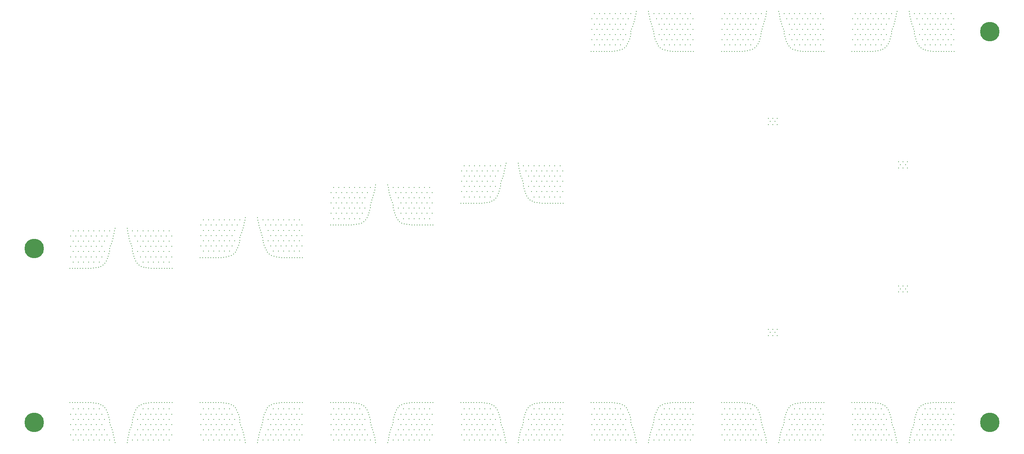
<source format=gbr>
%FSTAX66Y66*%
%MOMM*%
%SFA1B1*%

%IPPOS*%
%ADD27C,4.499991*%
%ADD28C,4.499991*%
%ADD29C,4.499991*%
%ADD30C,4.499991*%
%ADD31C,0.299999*%
%LNmtrl_pth_drill-1*%
%LPD*%
G54D27*
X00000499999Y000044999986D03*
G54D28*
X000224999981Y000094999987D03*
G54D29*
X000224999956Y000005001615D03*
G54D30*
X00000499999Y000005000015D03*
G54D31*
X000171603314Y000007829575D03*
X000172372045Y000004966055D03*
X00016802801Y000009554489D03*
X000163828018D03*
X000173373364Y000001521891D03*
X000173600211Y000000346532D03*
X000173103159Y00000268798D03*
X000169800676Y000009278213D03*
X000171294933Y000008343188D03*
X000172218223Y000006147358D03*
X000165028016Y000009554489D03*
X000166228014D03*
X000168622421Y00000948441D03*
X000167428011Y000009554489D03*
X00016322802D03*
X000172354163Y000005564479D03*
X000169214723Y000009398838D03*
X000164428017Y000009554489D03*
X000172760538Y000003834663D03*
X000173491245Y000000935075D03*
X000172055917Y00000672343D03*
X000165628015Y000009554489D03*
X000172539914Y000004390745D03*
X000171856806Y000007287717D03*
X000170882437Y00000877796D03*
X000170368137Y00000908558D03*
X000166828012Y000009554489D03*
X000173244383Y000002106345D03*
X000172943977Y000003264966D03*
X000177056008D03*
X000176755602Y000002106345D03*
X000183171998Y000009554489D03*
X000179631848Y00000908558D03*
X000179117548Y00000877796D03*
X000178143179Y000007287717D03*
X000177460071Y000004390745D03*
X00018437197Y000009554489D03*
X000177944068Y00000672343D03*
X00017650874Y000000935075D03*
X000177239447Y000003834663D03*
X000185571968Y000009554489D03*
X000180785236Y000009398838D03*
X000177645822Y000005564479D03*
X000186771965Y000009554489D03*
X000182571974D03*
X000181377539Y00000948441D03*
X000183771971Y000009554489D03*
X000184971969D03*
X000177781762Y000006147358D03*
X000178705027Y000008343188D03*
X000180199284Y000009278213D03*
X000176896826Y00000268798D03*
X000176399799Y000000346532D03*
X000176626596Y000001521891D03*
X000186171992Y000009554489D03*
X000181971975D03*
X00017762794Y000004966055D03*
X000178396671Y000007829575D03*
X000165755929Y00000208191D03*
X00016515593Y000008081899D03*
X000186644051Y000004481906D03*
X000186044052Y000003281908D03*
X000180644038Y000004481906D03*
X000163955933Y000003281908D03*
X000183644057Y000008081899D03*
X000168155924Y000006881901D03*
X000164555932D03*
X000163955933Y000005681903D03*
X000180044064Y000003281908D03*
X000163355959Y000006881901D03*
X000170555945Y000004481906D03*
Y000006881901D03*
X000168755949Y000008081899D03*
X000163955933Y000000881913D03*
X000180644038Y000006881901D03*
X000171755943Y00000208191D03*
X000181844035Y000004481906D03*
X000180044064Y000008081899D03*
Y000005681903D03*
X000182444059Y000008081899D03*
X000168755949Y000000881913D03*
X000184844055Y000003281908D03*
X000170555945Y00000208191D03*
X000185444053Y000004481906D03*
X000186644051Y000006881901D03*
X000183044058Y00000208191D03*
X000169355947Y000004481906D03*
X000166355953Y000008081899D03*
X000164555932Y000004481906D03*
X00016515593Y000000881913D03*
X000184244056Y000004481906D03*
X000168155924Y00000208191D03*
Y000004481906D03*
X000184244056Y000006881901D03*
X000185444053Y00000208191D03*
X000183644057Y000000881913D03*
X000171155918Y000003281908D03*
X000163355959Y000004481906D03*
X000186044052Y000005681903D03*
X000181244036Y000000881913D03*
X000167555926Y000005681903D03*
X000183044058Y000006881901D03*
X000183644057Y000005681903D03*
X000185444053Y000006881901D03*
X000182444059Y000003281908D03*
X000163955933Y000008081899D03*
X000180044064Y000000881913D03*
X000165755929Y000004481906D03*
X000178844041Y000003281908D03*
X000166955927Y000006881901D03*
X000186044052Y000008081899D03*
X000178844041Y000005681903D03*
X000183644057Y000003281908D03*
X000178244042Y00000208191D03*
X000166955927D03*
X000169955946Y000000881913D03*
Y000003281908D03*
X000166355953Y000005681903D03*
Y000003281908D03*
X000182444059Y000000881913D03*
X000167555926D03*
X000171155918D03*
X000168755949Y000003281908D03*
X00016515593D03*
X000166955927Y000004481906D03*
X000169955946Y000005681903D03*
X000184244056Y00000208191D03*
X000166355953Y000000881913D03*
X000169355947Y00000208191D03*
X000164555932D03*
X00017944404Y000006881901D03*
X000177644044Y000000881913D03*
X00017944404Y00000208191D03*
X000181844035Y000006881901D03*
X000171155918Y000005681903D03*
X000169955946Y000008081899D03*
X000184844055Y000000881913D03*
X000172355941D03*
X000184844055Y000008081899D03*
X000163355959Y00000208191D03*
X000181844035D03*
X000181244036Y000003281908D03*
X000180644038Y00000208191D03*
X00016515593Y000005681903D03*
X000167555926Y000008081899D03*
X000181244036D03*
X000183044058Y000004481906D03*
X000182444059Y000005681903D03*
X000186644051Y00000208191D03*
X000165755929Y000006881901D03*
X000169355947D03*
X000181244036Y000005681903D03*
X00017944404Y000004481906D03*
X000178844041Y000000881913D03*
X000186044052D03*
X000167555926Y000003281908D03*
X000168755949Y000005681903D03*
X000184844055D03*
X000154844038Y000005681497D03*
X000138755932D03*
X000137555935Y000003281502D03*
X000156044061Y000000881507D03*
X00014884405D03*
X000149444049Y000004481499D03*
X000151244046Y000005681497D03*
X000139355957Y000006881495D03*
X000135755938D03*
X000156644035Y000002081504D03*
X000152444043Y000005681497D03*
X000153044067Y000004481499D03*
X000151244046Y000008081518D03*
X000137555935D03*
X00013515594Y000005681497D03*
X000150644047Y000002081504D03*
X000151244046Y000003281502D03*
X000151844044Y000002081504D03*
X000133355943D03*
X000154844038Y000008081518D03*
X000142355951Y000000881507D03*
X000154844038D03*
X00013995593Y000008081518D03*
X000141155928Y000005681497D03*
X000151844044Y000006881495D03*
X000149444049Y000002081504D03*
X000147644053Y000000881507D03*
X000149444049Y000006881495D03*
X000134555941Y000002081504D03*
X000139355957D03*
X000136355937Y000000881507D03*
X00015424404Y000002081504D03*
X00013995593Y000005681497D03*
X000136955936Y000004481499D03*
X00013515594Y000003281502D03*
X000138755932D03*
X000141155928Y000000881507D03*
X000137555935D03*
X000152444043D03*
X000136355937Y000003281502D03*
Y000005681497D03*
X00013995593Y000003281502D03*
Y000000881507D03*
X000136955936Y000002081504D03*
X000148244052D03*
X000153644041Y000003281502D03*
X00014884405Y000005681497D03*
X000156044061Y000008081518D03*
X000136955936Y000006881495D03*
X00014884405Y000003281502D03*
X000135755938Y000004481499D03*
X000150044048Y000000881507D03*
X000133955942Y000008081518D03*
X000152444043Y000003281502D03*
X000155444037Y000006881495D03*
X000153644041Y000005681497D03*
X000153044067Y000006881495D03*
X000137555935Y000005681497D03*
X000151244046Y000000881507D03*
X000156044061Y000005681497D03*
X000133355943Y000004481499D03*
X000141155928Y000003281502D03*
X000153644041Y000000881507D03*
X000155444037Y000002081504D03*
X00015424404Y000006881495D03*
X000138155934Y000004481499D03*
Y000002081504D03*
X00015424404Y000004481499D03*
X00013515594Y000000881507D03*
X000134555941Y000004481499D03*
X000136355937Y000008081518D03*
X000139355957Y000004481499D03*
X000153044067Y000002081504D03*
X000156644035Y000006881495D03*
X000155444037Y000004481499D03*
X000140555929Y000002081504D03*
X000154844038Y000003281502D03*
X000138755932Y000000881507D03*
X000152444043Y000008081518D03*
X000150044048Y000005681497D03*
Y000008081518D03*
X000151844044Y000004481499D03*
X000141755926Y000002081504D03*
X000150644047Y000006881495D03*
X000133955942Y000000881507D03*
X000138755932Y000008081518D03*
X000140555929Y000006881495D03*
Y000004481499D03*
X000133355943Y000006881495D03*
X000150044048Y000003281502D03*
X000133955942Y000005681497D03*
X000134555941Y000006881495D03*
X000138155934D03*
X000153644041Y000008081518D03*
X000133955942Y000003281502D03*
X000150644047Y000004481499D03*
X000156044061Y000003281502D03*
X000156644035Y000004481499D03*
X00013515594Y000008081518D03*
X000135755938Y000002081504D03*
X000148396655Y000007829169D03*
X000147627949Y000004965674D03*
X000151971959Y000009554083D03*
X000156171976D03*
X000146626605Y000001521485D03*
X000146399783Y000000346125D03*
X000146896836Y000002687599D03*
X000150199293Y000009277807D03*
X000148705036Y000008342782D03*
X000147781772Y000006146952D03*
X000154971978Y000009554083D03*
X000153771981D03*
X000151377548Y000009484029D03*
X000152571983Y000009554083D03*
X000156771975D03*
X000147645831Y000005564073D03*
X000150785245Y000009398457D03*
X000155571977Y000009554083D03*
X000147239456Y000003834257D03*
X000146508749Y000000934669D03*
X000147944078Y000006723024D03*
X000154371979Y000009554083D03*
X000147460055Y000004390339D03*
X000148143188Y00000728731D03*
X000149117558Y000008777554D03*
X000149631857Y000009085173D03*
X000153171982Y000009554083D03*
X000146755612Y000002105964D03*
X000147056017Y00000326456D03*
X000142943961D03*
X000143244392Y000002105964D03*
X000136827996Y000009554083D03*
X000140368147Y000009085173D03*
X000140882446Y000008777554D03*
X00014185679Y00000728731D03*
X000142539923Y000004390339D03*
X000135627999Y000009554083D03*
X0001420559Y000006723024D03*
X000143491254Y000000934669D03*
X000142760522Y000003834257D03*
X000134428001Y000009554083D03*
X000139214733Y000009398457D03*
X000142354147Y000005564073D03*
X000133228029Y000009554083D03*
X000137427995D03*
X00013862243Y000009484029D03*
X000136228023Y000009554083D03*
X000135028D03*
X000142218206Y000006146952D03*
X000141294942Y000008342782D03*
X000139800685Y000009277807D03*
X000143103142Y000002687599D03*
X000143600195Y000000346125D03*
X000143373373Y000001521485D03*
X000133828002Y000009554083D03*
X000138028019D03*
X000142372054Y000004965674D03*
X000141603298Y000007829169D03*
X000111603307Y000007828788D03*
X000112372038Y000004965268D03*
X000108028003Y000009553676D03*
X000103828011D03*
X000113373382Y000001521079D03*
X000113600204Y000000345719D03*
X000113103152Y000002687193D03*
X000109800694Y0000092774D03*
X000111294951Y000008342375D03*
X000112218216Y000006146546D03*
X000105028009Y000009553676D03*
X000106228007D03*
X000108622439Y000009483623D03*
X000107428004Y000009553676D03*
X000103228013D03*
X000112354156Y000005563666D03*
X000109214716Y00000939805D03*
X00010442801Y000009553676D03*
X000112760531Y00000383385D03*
X000113491238Y000000934262D03*
X00011205591Y000006722618D03*
X000105628008Y000009553676D03*
X000112539907Y000004389958D03*
X000111856799Y000007286904D03*
X00011088243Y000008777147D03*
X00011036813Y000009084767D03*
X000106828005Y000009553676D03*
X000113244376Y000002105558D03*
X00011294397Y000003264154D03*
X000117056027D03*
X000116755595Y000002105558D03*
X000123171966Y000009553676D03*
X000119631841Y000009084767D03*
X000119117567Y000008777147D03*
X000118143197Y000007286904D03*
X000117460064Y000004389958D03*
X000124371989Y000009553676D03*
X000117944087Y000006722618D03*
X000116508758Y000000934262D03*
X000117239465Y00000383385D03*
X000125571986Y000009553676D03*
X000120785255Y00000939805D03*
X000117645815Y000005563666D03*
X000126771984Y000009553676D03*
X000122571967D03*
X000121377557Y000009483623D03*
X000123771964Y000009553676D03*
X000124971987D03*
X000117781755Y000006146546D03*
X000118705045Y000008342375D03*
X000120199277Y0000092774D03*
X000116896819Y000002687193D03*
X000116399767Y000000345719D03*
X000116626614Y000001521079D03*
X000126171985Y000009553676D03*
X000121971968D03*
X000117627958Y000004965268D03*
X000118396689Y000007828788D03*
X000105755948Y000002081098D03*
X000105155949Y000008081086D03*
X000126644044Y000004481093D03*
X000126044045Y000003281095D03*
X000120644056Y000004481093D03*
X000103955926Y000003281095D03*
X00012364405Y000008081086D03*
X000108155943Y000006881088D03*
X000104555925D03*
X000103955926Y000005681091D03*
X000120044057Y000003281095D03*
X000103355927Y000006881088D03*
X000110555938Y000004481093D03*
Y000006881088D03*
X000108755942Y000008081086D03*
X000103955926Y0000008811D03*
X000120644056Y000006881088D03*
X000111755936Y000002081098D03*
X000121844054Y000004481093D03*
X000120044057Y000008081086D03*
Y000005681091D03*
X000122444052Y000008081086D03*
X000108755942Y0000008811D03*
X000124844048Y000003281095D03*
X000110555938Y000002081098D03*
X000125444046Y000004481093D03*
X000126644044Y000006881088D03*
X000123044051Y000002081098D03*
X00010935594Y000004481093D03*
X000106355946Y000008081086D03*
X000104555925Y000004481093D03*
X000105155949Y0000008811D03*
X000124244049Y000004481093D03*
X000108155943Y000002081098D03*
Y000004481093D03*
X000124244049Y000006881088D03*
X000125444046Y000002081098D03*
X00012364405Y0000008811D03*
X000111155937Y000003281095D03*
X000103355927Y000004481093D03*
X000126044045Y000005681091D03*
X000121244055Y0000008811D03*
X000107555944Y000005681091D03*
X000123044051Y000006881088D03*
X00012364405Y000005681091D03*
X000125444046Y000006881088D03*
X000122444052Y000003281095D03*
X000103955926Y000008081086D03*
X000120044057Y0000008811D03*
X000105755948Y000004481093D03*
X00011884406Y000003281095D03*
X000106955945Y000006881088D03*
X000126044045Y000008081086D03*
X00011884406Y000005681091D03*
X00012364405Y000003281095D03*
X000118244035Y000002081098D03*
X000106955945D03*
X000109955939Y0000008811D03*
Y000003281095D03*
X000106355946Y000005681091D03*
Y000003281095D03*
X000122444052Y0000008811D03*
X000107555944D03*
X000111155937D03*
X000108755942Y000003281095D03*
X000105155949D03*
X000106955945Y000004481093D03*
X000109955939Y000005681091D03*
X000124244049Y000002081098D03*
X000106355946Y0000008811D03*
X00010935594Y000002081098D03*
X000104555925D03*
X000119444058Y000006881088D03*
X000117644037Y0000008811D03*
X000119444058Y000002081098D03*
X000121844054Y000006881088D03*
X000111155937Y000005681091D03*
X000109955939Y000008081086D03*
X000124844048Y0000008811D03*
X000112355934D03*
X000124844048Y000008081086D03*
X000103355927Y000002081098D03*
X000121844054D03*
X000121244055Y000003281095D03*
X000120644056Y000002081098D03*
X000105155949Y000005681091D03*
X000107555944Y000008081086D03*
X000121244055D03*
X000123044051Y000004481093D03*
X000122444052Y000005681091D03*
X000126644044Y000002081098D03*
X000105755948Y000006881088D03*
X00010935594D03*
X000121244055Y000005681091D03*
X000119444058Y000004481093D03*
X00011884406Y0000008811D03*
X000126044045D03*
X000107555944Y000003281095D03*
X000108755942Y000005681091D03*
X000124844048D03*
X000094844057Y00000568071D03*
X000078755925D03*
X000077555928Y000003280689D03*
X000096044054Y000000880694D03*
X000088844043D03*
X000089444042Y000004480687D03*
X000091244039Y00000568071D03*
X00007935595Y000006880707D03*
X000075755931D03*
X000096644053Y000002080691D03*
X000092444036Y00000568071D03*
X000093044035Y000004480687D03*
X000091244039Y000008080705D03*
X000077555928D03*
X000075155933Y00000568071D03*
X00009064404Y000002080691D03*
X000091244039Y000003280689D03*
X000091844037Y000002080691D03*
X000073355936D03*
X000094844057Y000008080705D03*
X000082355944Y000000880694D03*
X000094844057D03*
X000079955948Y000008080705D03*
X000081155946Y00000568071D03*
X000091844037Y000006880707D03*
X000089444042Y000002080691D03*
X000087644046Y000000880694D03*
X000089444042Y000006880707D03*
X000074555934Y000002080691D03*
X00007935595D03*
X00007635593Y000000880694D03*
X000094244058Y000002080691D03*
X000079955948Y00000568071D03*
X000076955929Y000004480687D03*
X000075155933Y000003280689D03*
X000078755925D03*
X000081155946Y000000880694D03*
X000077555928D03*
X000092444036D03*
X00007635593Y000003280689D03*
Y00000568071D03*
X000079955948Y000003280689D03*
Y000000880694D03*
X000076955929Y000002080691D03*
X000088244045D03*
X000093644059Y000003280689D03*
X000088844043Y00000568071D03*
X000096044054Y000008080705D03*
X000076955929Y000006880707D03*
X000088844043Y000003280689D03*
X000075755931Y000004480687D03*
X000090044041Y000000880694D03*
X000073955935Y000008080705D03*
X000092444036Y000003280689D03*
X000095444056Y000006880707D03*
X000093644059Y00000568071D03*
X000093044035Y000006880707D03*
X000077555928Y00000568071D03*
X000091244039Y000000880694D03*
X000096044054Y00000568071D03*
X000073355936Y000004480687D03*
X000081155946Y000003280689D03*
X000093644059Y000000880694D03*
X000095444056Y000002080691D03*
X000094244058Y000006880707D03*
X000078155927Y000004480687D03*
Y000002080691D03*
X000094244058Y000004480687D03*
X000075155933Y000000880694D03*
X000074555934Y000004480687D03*
X00007635593Y000008080705D03*
X00007935595Y000004480687D03*
X000093044035Y000002080691D03*
X000096644053Y000006880707D03*
X000095444056Y000004480687D03*
X000080555947Y000002080691D03*
X000094844057Y000003280689D03*
X000078755925Y000000880694D03*
X000092444036Y000008080705D03*
X000090044041Y00000568071D03*
Y000008080705D03*
X000091844037Y000004480687D03*
X000081755945Y000002080691D03*
X00009064404Y000006880707D03*
X000073955935Y000000880694D03*
X000078755925Y000008080705D03*
X000080555947Y000006880707D03*
Y000004480687D03*
X000073355936Y000006880707D03*
X000090044041Y000003280689D03*
X000073955935Y00000568071D03*
X000074555934Y000006880707D03*
X000078155927D03*
X000093644059Y000008080705D03*
X000073955935Y000003280689D03*
X00009064404Y000004480687D03*
X000096044054Y000003280689D03*
X000096644053Y000004480687D03*
X000075155933Y000008080705D03*
X000075755931Y000002080691D03*
X000088396673Y000007828381D03*
X000087627942Y000004964861D03*
X000091971977Y000009553295D03*
X000096171969D03*
X000086626598Y000001520698D03*
X000086399776Y000000345338D03*
X000086896829Y000002686786D03*
X000090199286Y000009276994D03*
X000088705029Y000008341969D03*
X000087781765Y000006146165D03*
X000094971971Y000009553295D03*
X000093771974D03*
X000091377566Y000009483217D03*
X000092571976Y000009553295D03*
X000096771968D03*
X000087645824Y000005563285D03*
X000090785264Y000009397644D03*
X00009557197Y000009553295D03*
X000087239449Y000003833444D03*
X000086508742Y000000933856D03*
X000087944071Y000006722237D03*
X000094371972Y000009553295D03*
X000087460074Y000004389551D03*
X000088143181Y000007286498D03*
X000089117551Y000008776741D03*
X00008963185Y00000908436D03*
X000093171975Y000009553295D03*
X000086755579Y000002105152D03*
X00008705601Y000003263747D03*
X000082943979D03*
X000083244385Y000002105152D03*
X000076828015Y000009553295D03*
X00008036814Y00000908436D03*
X000080882439Y000008776741D03*
X000081856808Y000007286498D03*
X000082539916Y000004389551D03*
X000075627992Y000009553295D03*
X000082055919Y000006722237D03*
X000083491247Y000000933856D03*
X000082760515Y000003833444D03*
X000074427994Y000009553295D03*
X000079214726Y000009397644D03*
X000082354166Y000005563285D03*
X000073227996Y000009553295D03*
X000077428013D03*
X000078622423Y000009483217D03*
X000076228016Y000009553295D03*
X000075028018D03*
X000082218225Y000006146165D03*
X000081294935Y000008341969D03*
X000079800704Y000009276994D03*
X000083103161Y000002686786D03*
X000083600213Y000000345338D03*
X000083373366Y000001520698D03*
X000073827995Y000009553295D03*
X000078028012D03*
X000082372047Y000004964861D03*
X000081603316Y000007828381D03*
X0000516033Y000007827975D03*
X000052372031Y000004964455D03*
X000048027996Y000009552889D03*
X000043828004D03*
X000053373375Y000001520291D03*
X000053600197Y000000344932D03*
X000053103145Y00000268638D03*
X000049800687Y000009276588D03*
X000051294944Y000008341563D03*
X000052218209Y000006145758D03*
X000045028002Y000009552889D03*
X000046228D03*
X000048622432Y00000948281D03*
X000047427997Y000009552889D03*
X000043228006D03*
X000052354149Y000005562879D03*
X000049214709Y000009397238D03*
X000044428003Y000009552889D03*
X000052760524Y000003833037D03*
X000053491231Y000000933475D03*
X000052055903Y00000672183D03*
X000045628001Y000009552889D03*
X000052539925Y000004389145D03*
X000051856792Y000007286117D03*
X000050882423Y000008776335D03*
X000050368149Y000009083954D03*
X000046827998Y000009552889D03*
X000053244394Y000002104745D03*
X000052943963Y000003263366D03*
X00005705602D03*
X000056755588Y000002104745D03*
X000063171984Y000009552889D03*
X000059631834Y000009083954D03*
X00005911756Y000008776335D03*
X00005814319Y000007286117D03*
X000057460057Y000004389145D03*
X000064371982Y000009552889D03*
X00005794408Y00000672183D03*
X000056508751Y000000933475D03*
X000057239458Y000003833037D03*
X000065571979Y000009552889D03*
X000060785248Y000009397238D03*
X000057645833Y000005562879D03*
X000066771977Y000009552889D03*
X000062571985D03*
X00006137755Y00000948281D03*
X000063771983Y000009552889D03*
X00006497198D03*
X000057781774Y000006145758D03*
X000058705038Y000008341563D03*
X000060199295Y000009276588D03*
X000056896838Y00000268638D03*
X00005639976Y000000344932D03*
X000056626607Y000001520291D03*
X000066171978Y000009552889D03*
X000061971986D03*
X000057627951Y000004964455D03*
X000058396682Y000007827975D03*
X000045755941Y000002080285D03*
X000045155942Y000008080298D03*
X000066644037Y000004480306D03*
X000066044038Y000003280308D03*
X000060644049Y000004480306D03*
X000043955944Y000003280308D03*
X000063644043Y000008080298D03*
X000048155936Y000006880301D03*
X000044555943D03*
X000043955944Y000005680303D03*
X00006004405Y000003280308D03*
X000043355945Y000006880301D03*
X000050555931Y000004480306D03*
Y000006880301D03*
X000048755935Y000008080298D03*
X000043955944Y000000880287D03*
X000060644049Y000006880301D03*
X000051755929Y000002080285D03*
X000061844047Y000004480306D03*
X00006004405Y000008080298D03*
Y000005680303D03*
X000062444045Y000008080298D03*
X000048755935Y000000880287D03*
X000064844041Y000003280308D03*
X000050555931Y000002080285D03*
X000065444039Y000004480306D03*
X000066644037Y000006880301D03*
X000063044044Y000002080285D03*
X000049355933Y000004480306D03*
X000046355939Y000008080298D03*
X000044555943Y000004480306D03*
X000045155942Y000000880287D03*
X000064244042Y000004480306D03*
X000048155936Y000002080285D03*
Y000004480306D03*
X000064244042Y000006880301D03*
X000065444039Y000002080285D03*
X000063644043Y000000880287D03*
X00005115593Y000003280308D03*
X000043355945Y000004480306D03*
X000066044038Y000005680303D03*
X000061244048Y000000880287D03*
X000047555937Y000005680303D03*
X000063044044Y000006880301D03*
X000063644043Y000005680303D03*
X000065444039Y000006880301D03*
X000062444045Y000003280308D03*
X000043955944Y000008080298D03*
X00006004405Y000000880287D03*
X000045755941Y000004480306D03*
X000058844053Y000003280308D03*
X000046955938Y000006880301D03*
X000066044038Y000008080298D03*
X000058844053Y000005680303D03*
X000063644043Y000003280308D03*
X000058244028Y000002080285D03*
X000046955938D03*
X000049955932Y000000880287D03*
Y000003280308D03*
X000046355939Y000005680303D03*
Y000003280308D03*
X000062444045Y000000880287D03*
X000047555937D03*
X00005115593D03*
X000048755935Y000003280308D03*
X000045155942D03*
X000046955938Y000004480306D03*
X000049955932Y000005680303D03*
X000064244042Y000002080285D03*
X000046355939Y000000880287D03*
X000049355933Y000002080285D03*
X000044555943D03*
X000059444026Y000006880301D03*
X000057644055Y000000880287D03*
X000059444026Y000002080285D03*
X000061844047Y000006880301D03*
X00005115593Y000005680303D03*
X000049955932Y000008080298D03*
X000064844041Y000000880287D03*
X000052355927D03*
X000064844041Y000008080298D03*
X000043355945Y000002080285D03*
X000061844047D03*
X000061244048Y000003280308D03*
X000060644049Y000002080285D03*
X000045155942Y000005680303D03*
X000047555937Y000008080298D03*
X000061244048D03*
X000063044044Y000004480306D03*
X000062444045Y000005680303D03*
X000066644037Y000002080285D03*
X000045755941Y000006880301D03*
X000049355933D03*
X000061244048Y000005680303D03*
X000059444026Y000004480306D03*
X000058844053Y000000880287D03*
X000066044038D03*
X000047555937Y000003280308D03*
X000048755935Y000005680303D03*
X000064844041D03*
X00003484405Y000005679897D03*
X000018755944D03*
X000017555946Y000003279902D03*
X000036044047Y000000879906D03*
X000028844036D03*
X000029444035Y000004479899D03*
X000031244032Y000005679897D03*
X000019355943Y000006879894D03*
X000015755924D03*
X000036644046Y000002079904D03*
X000032444029Y000005679897D03*
X000033044028Y000004479899D03*
X000031244032Y000008079892D03*
X000017555946D03*
X000015155926Y000005679897D03*
X000030644033Y000002079904D03*
X000031244032Y000003279902D03*
X00003184403Y000002079904D03*
X000013355929D03*
X00003484405Y000008079892D03*
X000022355937Y000000879906D03*
X00003484405D03*
X000019955941Y000008079892D03*
X000021155939Y000005679897D03*
X00003184403Y000006879894D03*
X000029444035Y000002079904D03*
X000027644039Y000000879906D03*
X000029444035Y000006879894D03*
X000014555927Y000002079904D03*
X000019355943D03*
X000016355949Y000000879906D03*
X000034244026Y000002079904D03*
X000019955941Y000005679897D03*
X000016955947Y000004479899D03*
X000015155926Y000003279902D03*
X000018755944D03*
X000021155939Y000000879906D03*
X000017555946D03*
X000032444029D03*
X000016355949Y000003279902D03*
Y000005679897D03*
X000019955941Y000003279902D03*
Y000000879906D03*
X000016955947Y000002079904D03*
X000028244038D03*
X000033644052Y000003279902D03*
X000028844036Y000005679897D03*
X000036044047Y000008079892D03*
X000016955947Y000006879894D03*
X000028844036Y000003279902D03*
X000015755924Y000004479899D03*
X000030044034Y000000879906D03*
X000013955928Y000008079892D03*
X000032444029Y000003279902D03*
X000035444049Y000006879894D03*
X000033644052Y000005679897D03*
X000033044028Y000006879894D03*
X000017555946Y000005679897D03*
X000031244032Y000000879906D03*
X000036044047Y000005679897D03*
X000013355929Y000004479899D03*
X000021155939Y000003279902D03*
X000033644052Y000000879906D03*
X000035444049Y000002079904D03*
X000034244026Y000006879894D03*
X000018155945Y000004479899D03*
Y000002079904D03*
X000034244026Y000004479899D03*
X000015155926Y000000879906D03*
X000014555927Y000004479899D03*
X000016355949Y000008079892D03*
X000019355943Y000004479899D03*
X000033044028Y000002079904D03*
X000036644046Y000006879894D03*
X000035444049Y000004479899D03*
X00002055594Y000002079904D03*
X00003484405Y000003279902D03*
X000018755944Y000000879906D03*
X000032444029Y000008079892D03*
X000030044034Y000005679897D03*
Y000008079892D03*
X00003184403Y000004479899D03*
X000021755938Y000002079904D03*
X000030644033Y000006879894D03*
X000013955928Y000000879906D03*
X000018755944Y000008079892D03*
X00002055594Y000006879894D03*
Y000004479899D03*
X000013355929Y000006879894D03*
X000030044034Y000003279902D03*
X000013955928Y000005679897D03*
X000014555927Y000006879894D03*
X000018155945D03*
X000033644052Y000008079892D03*
X000013955928Y000003279902D03*
X000030644033Y000004479899D03*
X000036044047Y000003279902D03*
X000036644046Y000004479899D03*
X000015155926Y000008079892D03*
X000015755924Y000002079904D03*
X000028396666Y000007827568D03*
X000027627935Y000004964074D03*
X00003197197Y000009552482D03*
X000036171987D03*
X000026626616Y000001519885D03*
X000026399769Y000000344525D03*
X000026896822Y000002685973D03*
X000030199279Y000009276207D03*
X000028705022Y000008341156D03*
X000027781758Y000006145352D03*
X00003497199Y000009552482D03*
X000033771967D03*
X000031377559Y000009482404D03*
X000032571969Y000009552482D03*
X000036771986D03*
X000027645817Y000005562473D03*
X000030785257Y000009396857D03*
X000035571988Y000009552482D03*
X000027239442Y000003832656D03*
X000026508735Y000000933069D03*
X000027944064Y000006721424D03*
X000034371965Y000009552482D03*
X000027460067Y000004388739D03*
X000028143174Y00000728571D03*
X000029117544Y000008775954D03*
X000029631843Y000009083548D03*
X000033171968Y000009552482D03*
X000026755598Y000002104339D03*
X000027056003Y00000326296D03*
X000022943972D03*
X000023244378Y000002104339D03*
X000016828008Y000009552482D03*
X000020368133Y000009083548D03*
X000020882432Y000008775954D03*
X000021856801Y00000728571D03*
X000022539909Y000004388739D03*
X000015627985Y000009552482D03*
X000022055912Y000006721424D03*
X000023491215Y000000933069D03*
X000022760533Y000003832656D03*
X000014427987Y000009552482D03*
X000019214719Y000009396857D03*
X000022354159Y000005562473D03*
X000013227989Y000009552482D03*
X000017428006D03*
X000018622416Y000009482404D03*
X000016228009Y000009552482D03*
X000015027986D03*
X000022218218Y000006145352D03*
X000021294953Y000008341156D03*
X000019800697Y000009276207D03*
X000023103154Y000002685973D03*
X000023600206Y000000344525D03*
X000023373359Y000001519885D03*
X000013827988Y000009552482D03*
X000018028005D03*
X000022372015Y000004964074D03*
X000021603309Y000007827568D03*
X000201603305Y000007830185D03*
X000202372036Y000004966665D03*
X000198028001Y000009555099D03*
X000193828009D03*
X000203373355Y000001522501D03*
X000203600227Y000000347141D03*
X000203103149Y00000268859D03*
X000199800692Y000009278797D03*
X000201294949Y000008343772D03*
X000202218213Y000006147968D03*
X000195028007Y000009555099D03*
X000196228004D03*
X000198622437Y00000948502D03*
X000197428002Y000009555099D03*
X00019322801D03*
X000202354154Y000005565089D03*
X00019921474Y000009399447D03*
X000194428008Y000009555099D03*
X000202760529Y000003835247D03*
X000203491236Y000000935685D03*
X000202055907Y00000672404D03*
X000195628006Y000009555099D03*
X000202539904Y000004391355D03*
X000201856797Y000007288301D03*
X000200882427Y000008778544D03*
X000200368128Y000009086164D03*
X000196828003Y000009555099D03*
X000203244399Y000002106955D03*
X000202943968Y000003265576D03*
X000207056024D03*
X000206755619Y000002106955D03*
X000213171989Y000009555099D03*
X000209631864Y000009086164D03*
X000209117565Y000008778544D03*
X000208143195Y000007288301D03*
X000207460062Y000004391355D03*
X000214371986Y000009555099D03*
X000207944085Y00000672404D03*
X000206508756Y000000935685D03*
X000207239463Y000003835247D03*
X000215571984Y000009555099D03*
X000210785278Y000009399447D03*
X000207645838Y000005565089D03*
X000216771982Y000009555099D03*
X000212571965D03*
X000211377555Y00000948502D03*
X000213771988Y000009555099D03*
X00021497196D03*
X000207781779Y000006147968D03*
X000208705043Y000008343772D03*
X000210199274Y000009278797D03*
X000206896817Y00000268859D03*
X00020639979Y000000347141D03*
X000206626612Y000001522501D03*
X000216171983Y000009555099D03*
X000211971966D03*
X000207627956Y000004966665D03*
X000208396662Y000007830185D03*
X000195755945Y000002082495D03*
X000195155921Y000008082508D03*
X000216644042Y000004482515D03*
X000216044068Y000003282518D03*
X000210644054Y000004482515D03*
X000193955949Y000003282518D03*
X000213644048Y000008082508D03*
X000198155915Y000006882511D03*
X000194555948D03*
X000193955949Y000005682513D03*
X000210044055Y000003282518D03*
X00019335595Y000006882511D03*
X000200555936Y000004482515D03*
Y000006882511D03*
X000198755939Y000008082508D03*
X000193955949Y000000882497D03*
X000210644054Y000006882511D03*
X000201755933Y000002082495D03*
X000211844051Y000004482515D03*
X000210044055Y000008082508D03*
Y000005682513D03*
X00021244405Y000008082508D03*
X000198755939Y000000882497D03*
X000214844045Y000003282518D03*
X000200555936Y000002082495D03*
X000215444044Y000004482515D03*
X000216644042Y000006882511D03*
X000213044049Y000002082495D03*
X000199355938Y000004482515D03*
X000196355944Y000008082508D03*
X000194555948Y000004482515D03*
X000195155921Y000000882497D03*
X000214244047Y000004482515D03*
X000198155915Y000002082495D03*
Y000004482515D03*
X000214244047Y000006882511D03*
X000215444044Y000002082495D03*
X000213644048Y000000882497D03*
X000201155935Y000003282518D03*
X00019335595Y000004482515D03*
X000216044068Y000005682513D03*
X000211244053Y000000882497D03*
X000197555942Y000005682513D03*
X000213044049Y000006882511D03*
X000213644048Y000005682513D03*
X000215444044Y000006882511D03*
X00021244405Y000003282518D03*
X000193955949Y000008082508D03*
X000210044055Y000000882497D03*
X000195755945Y000004482515D03*
X000208844057Y000003282518D03*
X000196955943Y000006882511D03*
X000216044068Y000008082508D03*
X000208844057Y000005682513D03*
X000213644048Y000003282518D03*
X000208244059Y000002082495D03*
X000196955943D03*
X000199955937Y000000882497D03*
Y000003282518D03*
X000196355944Y000005682513D03*
Y000003282518D03*
X00021244405Y000000882497D03*
X000197555942D03*
X000201155935D03*
X000198755939Y000003282518D03*
X000195155921D03*
X000196955943Y000004482515D03*
X000199955937Y000005682513D03*
X000214244047Y000002082495D03*
X000196355944Y000000882497D03*
X000199355938Y000002082495D03*
X000194555948D03*
X000209444056Y000006882511D03*
X000207644034Y000000882497D03*
X000209444056Y000002082495D03*
X000211844051Y000006882511D03*
X000201155935Y000005682513D03*
X000199955937Y000008082508D03*
X000214844045Y000000882497D03*
X000202355958D03*
X000214844045Y000008082508D03*
X00019335595Y000002082495D03*
X000211844051D03*
X000211244053Y000003282518D03*
X000210644054Y000002082495D03*
X000195155921Y000005682513D03*
X000197555942Y000008082508D03*
X000211244053D03*
X000213044049Y000004482515D03*
X00021244405Y000005682513D03*
X000216644042Y000002082495D03*
X000195755945Y000006882511D03*
X000199355938D03*
X000211244053Y000005682513D03*
X000209444056Y000004482515D03*
X000208844057Y000000882497D03*
X000216044068D03*
X000197555942Y000003282518D03*
X000198755939Y000005682513D03*
X000214844045D03*
X000195155921Y000094320664D03*
X000211244053D03*
X00021244405Y000096720685D03*
X000193955949Y00009912068D03*
X000201155935D03*
X000200555936Y000095520687D03*
X000198755939Y000094320664D03*
X000210644054Y000093120667D03*
X000214244047D03*
X00019335595Y000097920683D03*
X000197555942Y000094320664D03*
X000196955943Y000095520687D03*
X000198755939Y000091920669D03*
X00021244405D03*
X000214844045Y000094320664D03*
X000199355938Y000097920683D03*
X000198755939Y000096720685D03*
X000198155915Y000097920683D03*
X000216644042D03*
X000195155921Y000091920669D03*
X000207644034Y00009912068D03*
X000195155921D03*
X000210044055Y000091920669D03*
X000208844057Y000094320664D03*
X000198155915Y000093120667D03*
X000200555936Y000097920683D03*
X000202355958Y00009912068D03*
X000200555936Y000093120667D03*
X000215444044Y000097920683D03*
X000210644054D03*
X000213644048Y00009912068D03*
X000195755945Y000097920683D03*
X000210044055Y000094320664D03*
X000213044049Y000095520687D03*
X000214844045Y000096720685D03*
X000211244053D03*
X000208844057Y00009912068D03*
X00021244405D03*
X000197555942D03*
X000213644048Y000096720685D03*
Y000094320664D03*
X000210044055Y000096720685D03*
Y00009912068D03*
X000213044049Y000097920683D03*
X000201755933D03*
X000196355944Y000096720685D03*
X000201155935Y000094320664D03*
X000193955949Y000091920669D03*
X000213044049Y000093120667D03*
X000201155935Y000096720685D03*
X000214244047Y000095520687D03*
X000199955937Y00009912068D03*
X000216044068Y000091920669D03*
X000197555942Y000096720685D03*
X000194555948Y000093120667D03*
X000196355944Y000094320664D03*
X000196955943Y000093120667D03*
X00021244405Y000094320664D03*
X000198755939Y00009912068D03*
X000193955949Y000094320664D03*
X000216644042Y000095520687D03*
X000208844057Y000096720685D03*
X000196355944Y00009912068D03*
X000194555948Y000097920683D03*
X000195755945Y000093120667D03*
X000211844051Y000095520687D03*
Y000097920683D03*
X000195755945Y000095520687D03*
X000214844045Y00009912068D03*
X000215444044Y000095520687D03*
X000213644048Y000091920669D03*
X000210644054Y000095520687D03*
X000196955943Y000097920683D03*
X00019335595Y000093120667D03*
X000194555948Y000095520687D03*
X000209444056Y000097920683D03*
X000195155921Y000096720685D03*
X000211244053Y00009912068D03*
X000197555942Y000091920669D03*
X000199955937Y000094320664D03*
Y000091920669D03*
X000198155915Y000095520687D03*
X000208244059Y000097920683D03*
X000199355938Y000093120667D03*
X000216044068Y00009912068D03*
X000211244053Y000091920669D03*
X000209444056Y000093120667D03*
Y000095520687D03*
X000216644042Y000093120667D03*
X000199955937Y000096720685D03*
X000216044068Y000094320664D03*
X000215444044Y000093120667D03*
X000211844051D03*
X000196355944Y000091920669D03*
X000216044068Y000096720685D03*
X000199355938Y000095520687D03*
X000193955949Y000096720685D03*
X00019335595Y000095520687D03*
X000214844045Y000091920669D03*
X000214244047Y000097920683D03*
X000201603305Y000092172993D03*
X000202372036Y000095036513D03*
X000198028001Y000090448104D03*
X000193828009D03*
X000203373355Y000098480676D03*
X000203600227Y000099656036D03*
X000203103149Y000097314588D03*
X000199800692Y00009072438D03*
X000201294949Y000091659405D03*
X000202218213Y000093855235D03*
X000195028007Y000090448104D03*
X000196228004D03*
X000198622437Y000090518157D03*
X000197428002Y000090448104D03*
X00019322801D03*
X000202354154Y000094438089D03*
X00019921474Y00009060373D03*
X000194428008Y000090448104D03*
X000202760529Y00009616793D03*
X000203491236Y000099067518D03*
X000202055907Y000093279163D03*
X000195628006Y000090448104D03*
X000202539904Y000095611823D03*
X000201856797Y000092714876D03*
X000200882427Y000091224633D03*
X000200368128Y000090917014D03*
X000196828003Y000090448104D03*
X000203244399Y000097896222D03*
X000202943968Y000096737627D03*
X000207056024D03*
X000206755619Y000097896222D03*
X000213171989Y000090448104D03*
X000209631864Y000090917014D03*
X000209117565Y000091224633D03*
X000208143195Y000092714876D03*
X000207460062Y000095611823D03*
X000214371986Y000090448104D03*
X000207944085Y000093279163D03*
X000206508756Y000099067518D03*
X000207239463Y00009616793D03*
X000215571984Y000090448104D03*
X000210785278Y00009060373D03*
X000207645838Y000094438089D03*
X000216771982Y000090448104D03*
X000212571965D03*
X000211377555Y000090518157D03*
X000213771988Y000090448104D03*
X00021497196D03*
X000207781779Y000093855235D03*
X000208705043Y000091659405D03*
X000210199274Y00009072438D03*
X000206896817Y000097314588D03*
X00020639979Y000099656036D03*
X000206626612Y000098480676D03*
X000216171983Y000090448104D03*
X000211971966D03*
X000207627956Y000095036513D03*
X000208396662Y000092172993D03*
X000206020466Y000035002393D03*
X0002039795D03*
X000204999996D03*
X00020557048Y000035702392D03*
X0002039795Y000036402391D03*
X000206020466D03*
X000204999996D03*
X000204429487Y000035702392D03*
X000205570505Y000064300785D03*
X000204999996Y000063600787D03*
X0002039795D03*
X000206020492D03*
X000204429487Y000064300785D03*
X000204999996Y000065000784D03*
X000206020492D03*
X0002039795D03*
X000058396682Y000044670776D03*
X000057627951Y000047534296D03*
X000061971986Y000042945888D03*
X000066171978D03*
X000056626607Y000050978485D03*
X00005639976Y000052153845D03*
X000056896838Y000049812397D03*
X000060199295Y000043222164D03*
X000058705038Y000044157188D03*
X000057781774Y000046353018D03*
X00006497198Y000042945888D03*
X000063771983D03*
X00006137755Y000043015966D03*
X000062571985Y000042945888D03*
X000066771977D03*
X000057645833Y000046935898D03*
X000060785248Y000043101539D03*
X000065571979Y000042945888D03*
X000057239458Y000048665714D03*
X000056508751Y000051565302D03*
X00005794408Y000045776946D03*
X000064371982Y000042945888D03*
X000057460057Y000048109606D03*
X00005814319Y00004521266D03*
X00005911756Y000043722417D03*
X000059631834Y000043414797D03*
X000063171984Y000042945888D03*
X000056755588Y000050394006D03*
X00005705602Y00004923541D03*
X000052943963D03*
X000053244394Y000050394006D03*
X000046827998Y000042945888D03*
X000050368149Y000043414797D03*
X000050882423Y000043722417D03*
X000051856792Y00004521266D03*
X000052539925Y000048109606D03*
X000045628001Y000042945888D03*
X000052055903Y000045776946D03*
X000053491231Y000051565302D03*
X000052760524Y000048665714D03*
X000044428003Y000042945888D03*
X000049214709Y000043101539D03*
X000052354149Y000046935898D03*
X000043228006Y000042945888D03*
X000047427997D03*
X000048622432Y000043015966D03*
X000046228Y000042945888D03*
X000045028002D03*
X000052218209Y000046353018D03*
X000051294944Y000044157188D03*
X000049800687Y000043222164D03*
X000053103145Y000049812397D03*
X000053600197Y000052153845D03*
X000053373375Y000050978485D03*
X000043828004Y000042945888D03*
X000048027996D03*
X000052372031Y000047534296D03*
X0000516033Y000044670776D03*
X000064244042Y000050418466D03*
X000064844041Y000044418478D03*
X000043355945Y000048018471D03*
X000043955944Y000049218469D03*
X000049355933Y000048018471D03*
X000066044038Y000049218469D03*
X000046355939Y000044418478D03*
X000061844047Y000045618476D03*
X000065444039D03*
X000066044038Y000046818473D03*
X000049955932Y000049218469D03*
X000066644037Y000045618476D03*
X000059444026Y000048018471D03*
Y000045618476D03*
X000061244048Y000044418478D03*
X000066044038Y000051618464D03*
X000049355933Y000045618476D03*
X000058244028Y000050418466D03*
X000048155936Y000048018471D03*
X000049955932Y000044418478D03*
Y000046818473D03*
X000047555937Y000044418478D03*
X000061244048Y000051618464D03*
X000045155942Y000049218469D03*
X000059444026Y000050418466D03*
X000044555943Y000048018471D03*
X000043355945Y000045618476D03*
X000046955938Y000050418466D03*
X000060644049Y000048018471D03*
X000063644043Y000044418478D03*
X000065444039Y000048018471D03*
X000064844041Y000051618464D03*
X000045755941Y000048018471D03*
X000061844047Y000050418466D03*
Y000048018471D03*
X000045755941Y000045618476D03*
X000044555943Y000050418466D03*
X000046355939Y000051618464D03*
X000058844053Y000049218469D03*
X000066644037Y000048018471D03*
X000043955944Y000046818473D03*
X000048755935Y000051618464D03*
X000062444045Y000046818473D03*
X000046955938Y000045618476D03*
X000046355939Y000046818473D03*
X000044555943Y000045618476D03*
X000047555937Y000049218469D03*
X000066044038Y000044418478D03*
X000049955932Y000051618464D03*
X000064244042Y000048018471D03*
X00005115593Y000049218469D03*
X000063044044Y000045618476D03*
X000043955944Y000044418478D03*
X00005115593Y000046818473D03*
X000046355939Y000049218469D03*
X000051755929Y000050418466D03*
X000063044044D03*
X00006004405Y000051618464D03*
Y000049218469D03*
X000063644043Y000046818473D03*
Y000049218469D03*
X000047555937Y000051618464D03*
X000062444045D03*
X000058844053D03*
X000061244048Y000049218469D03*
X000064844041D03*
X000063044044Y000048018471D03*
X00006004405Y000046818473D03*
X000045755941Y000050418466D03*
X000063644043Y000051618464D03*
X000060644049Y000050418466D03*
X000065444039D03*
X000050555931Y000045618476D03*
X000052355927Y000051618464D03*
X000050555931Y000050418466D03*
X000048155936Y000045618476D03*
X000058844053Y000046818473D03*
X00006004405Y000044418478D03*
X000045155942Y000051618464D03*
X000057644055D03*
X000045155942Y000044418478D03*
X000066644037Y000050418466D03*
X000048155936D03*
X000048755935Y000049218469D03*
X000049355933Y000050418466D03*
X000064844041Y000046818473D03*
X000062444045Y000044418478D03*
X000048755935D03*
X000046955938Y000048018471D03*
X000047555937Y000046818473D03*
X000043355945Y000050418466D03*
X000064244042Y000045618476D03*
X000060644049D03*
X000048755935Y000046818473D03*
X000050555931Y000048018471D03*
X00005115593Y000051618464D03*
X000043955944D03*
X000062444045Y000049218469D03*
X000061244048Y000046818473D03*
X000045155942D03*
X000075155933Y000054318865D03*
X000091244039D03*
X000092444036Y000056718885D03*
X000073955935Y000059118881D03*
X000081155946D03*
X000080555947Y000055518888D03*
X000078755925Y000054318865D03*
X00009064404Y000053118867D03*
X000094244058D03*
X000073355936Y000057918883D03*
X000077555928Y000054318865D03*
X000076955929Y000055518888D03*
X000078755925Y00005191887D03*
X000092444036D03*
X000094844057Y000054318865D03*
X00007935595Y000057918883D03*
X000078755925Y000056718885D03*
X000078155927Y000057918883D03*
X000096644053D03*
X000075155933Y00005191887D03*
X000087644046Y000059118881D03*
X000075155933D03*
X000090044041Y00005191887D03*
X000088844043Y000054318865D03*
X000078155927Y000053118867D03*
X000080555947Y000057918883D03*
X000082355944Y000059118881D03*
X000080555947Y000053118867D03*
X000095444056Y000057918883D03*
X00009064404D03*
X000093644059Y000059118881D03*
X000075755931Y000057918883D03*
X000090044041Y000054318865D03*
X000093044035Y000055518888D03*
X000094844057Y000056718885D03*
X000091244039D03*
X000088844043Y000059118881D03*
X000092444036D03*
X000077555928D03*
X000093644059Y000056718885D03*
Y000054318865D03*
X000090044041Y000056718885D03*
Y000059118881D03*
X000093044035Y000057918883D03*
X000081755945D03*
X00007635593Y000056718885D03*
X000081155946Y000054318865D03*
X000073955935Y00005191887D03*
X000093044035Y000053118867D03*
X000081155946Y000056718885D03*
X000094244058Y000055518888D03*
X000079955948Y000059118881D03*
X000096044054Y00005191887D03*
X000077555928Y000056718885D03*
X000074555934Y000053118867D03*
X00007635593Y000054318865D03*
X000076955929Y000053118867D03*
X000092444036Y000054318865D03*
X000078755925Y000059118881D03*
X000073955935Y000054318865D03*
X000096644053Y000055518888D03*
X000088844043Y000056718885D03*
X00007635593Y000059118881D03*
X000074555934Y000057918883D03*
X000075755931Y000053118867D03*
X000091844037Y000055518888D03*
Y000057918883D03*
X000075755931Y000055518888D03*
X000094844057Y000059118881D03*
X000095444056Y000055518888D03*
X000093644059Y00005191887D03*
X00009064404Y000055518888D03*
X000076955929Y000057918883D03*
X000073355936Y000053118867D03*
X000074555934Y000055518888D03*
X000089444042Y000057918883D03*
X000075155933Y000056718885D03*
X000091244039Y000059118881D03*
X000077555928Y00005191887D03*
X000079955948Y000054318865D03*
Y00005191887D03*
X000078155927Y000055518888D03*
X000088244045Y000057918883D03*
X00007935595Y000053118867D03*
X000096044054Y000059118881D03*
X000091244039Y00005191887D03*
X000089444042Y000053118867D03*
Y000055518888D03*
X000096644053Y000053118867D03*
X000079955948Y000056718885D03*
X000096044054Y000054318865D03*
X000095444056Y000053118867D03*
X000091844037D03*
X00007635593Y00005191887D03*
X000096044054Y000056718885D03*
X00007935595Y000055518888D03*
X000073955935Y000056718885D03*
X000073355936Y000055518888D03*
X000094844057Y00005191887D03*
X000094244058Y000057918883D03*
X000081603316Y000052171193D03*
X000082372047Y000055034713D03*
X000078028012Y000050446279D03*
X000073827995D03*
X000083373366Y000058478877D03*
X000083600213Y000059654236D03*
X000083103161Y000057312788D03*
X000079800704Y00005072258D03*
X000081294935Y000051657605D03*
X000082218225Y00005385341D03*
X000075028018Y000050446279D03*
X000076228016D03*
X000078622423Y000050516358D03*
X000077428013Y000050446279D03*
X000073227996D03*
X000082354166Y000054436289D03*
X000079214726Y00005060193D03*
X000074427994Y000050446279D03*
X000082760515Y000056166105D03*
X000083491247Y000059065718D03*
X000082055919Y000053277338D03*
X000075627992Y000050446279D03*
X000082539916Y000055610023D03*
X000081856808Y000052713077D03*
X000080882439Y000051222808D03*
X00008036814Y000050915214D03*
X000076828015Y000050446279D03*
X000083244385Y000057894423D03*
X000082943979Y000056735827D03*
X00008705601D03*
X000086755579Y000057894423D03*
X000093171975Y000050446279D03*
X00008963185Y000050915214D03*
X000089117551Y000051222808D03*
X000088143181Y000052713077D03*
X000087460074Y000055610023D03*
X000094371972Y000050446279D03*
X000087944071Y000053277338D03*
X000086508742Y000059065718D03*
X000087239449Y000056166105D03*
X00009557197Y000050446279D03*
X000090785264Y00005060193D03*
X000087645824Y000054436289D03*
X000096771968Y000050446279D03*
X000092571976D03*
X000091377566Y000050516358D03*
X000093771974Y000050446279D03*
X000094971971D03*
X000087781765Y00005385341D03*
X000088705029Y000051657605D03*
X000090199286Y00005072258D03*
X000086896829Y000057312788D03*
X000086399776Y000059654236D03*
X000086626598Y000058478877D03*
X000096171969Y000050446279D03*
X000091971977D03*
X000087627942Y000055034713D03*
X000088396673Y000052171193D03*
X000118396689Y00005717159D03*
X000117627958Y000060035109D03*
X000121971968Y000055446676D03*
X000126171985D03*
X000116626614Y000063479299D03*
X000116399767Y000064654658D03*
X000116896819Y000062313185D03*
X000120199277Y000055722977D03*
X000118705045Y000056658002D03*
X000117781755Y000058853806D03*
X000124971987Y000055446676D03*
X000123771964D03*
X000121377557Y000055516754D03*
X000122571967Y000055446676D03*
X000126771984D03*
X000117645815Y000059436685D03*
X000120785255Y000055602327D03*
X000125571986Y000055446676D03*
X000117239465Y000061166527D03*
X000116508758Y000064066115D03*
X000117944087Y00005827776D03*
X000124371989Y000055446676D03*
X000117460064Y000060610419D03*
X000118143197Y000057713473D03*
X000119117567Y00005622323D03*
X000119631841Y00005591561D03*
X000123171966Y000055446676D03*
X000116755595Y000062894819D03*
X000117056027Y000061736224D03*
X00011294397D03*
X000113244376Y000062894819D03*
X000106828005Y000055446676D03*
X00011036813Y00005591561D03*
X00011088243Y00005622323D03*
X000111856799Y000057713473D03*
X000112539907Y000060610419D03*
X000105628008Y000055446676D03*
X00011205591Y00005827776D03*
X000113491238Y000064066115D03*
X000112760531Y000061166527D03*
X00010442801Y000055446676D03*
X000109214716Y000055602327D03*
X000112354156Y000059436685D03*
X000103228013Y000055446676D03*
X000107428004D03*
X000108622439Y000055516754D03*
X000106228007Y000055446676D03*
X000105028009D03*
X000112218216Y000058853806D03*
X000111294951Y000056658002D03*
X000109800694Y000055722977D03*
X000113103152Y000062313185D03*
X000113600204Y000064654658D03*
X000113373382Y000063479299D03*
X000103828011Y000055446676D03*
X000108028003D03*
X000112372038Y000060035109D03*
X000111603307Y00005717159D03*
X000124244049Y000062919279D03*
X000124844048Y000056919266D03*
X000103355927Y000060519284D03*
X000103955926Y000061719282D03*
X00010935594Y000060519284D03*
X000126044045Y000061719282D03*
X000106355946Y000056919266D03*
X000121844054Y000058119289D03*
X000125444046D03*
X000126044045Y000059319287D03*
X000109955939Y000061719282D03*
X000126644044Y000058119289D03*
X000119444058Y000060519284D03*
Y000058119289D03*
X000121244055Y000056919266D03*
X000126044045Y000064119277D03*
X00010935594Y000058119289D03*
X000118244035Y000062919279D03*
X000108155943Y000060519284D03*
X000109955939Y000056919266D03*
Y000059319287D03*
X000107555944Y000056919266D03*
X000121244055Y000064119277D03*
X000105155949Y000061719282D03*
X000119444058Y000062919279D03*
X000104555925Y000060519284D03*
X000103355927Y000058119289D03*
X000106955945Y000062919279D03*
X000120644056Y000060519284D03*
X00012364405Y000056919266D03*
X000125444046Y000060519284D03*
X000124844048Y000064119277D03*
X000105755948Y000060519284D03*
X000121844054Y000062919279D03*
Y000060519284D03*
X000105755948Y000058119289D03*
X000104555925Y000062919279D03*
X000106355946Y000064119277D03*
X00011884406Y000061719282D03*
X000126644044Y000060519284D03*
X000103955926Y000059319287D03*
X000108755942Y000064119277D03*
X000122444052Y000059319287D03*
X000106955945Y000058119289D03*
X000106355946Y000059319287D03*
X000104555925Y000058119289D03*
X000107555944Y000061719282D03*
X000126044045Y000056919266D03*
X000109955939Y000064119277D03*
X000124244049Y000060519284D03*
X000111155937Y000061719282D03*
X000123044051Y000058119289D03*
X000103955926Y000056919266D03*
X000111155937Y000059319287D03*
X000106355946Y000061719282D03*
X000111755936Y000062919279D03*
X000123044051D03*
X000120044057Y000064119277D03*
Y000061719282D03*
X00012364405Y000059319287D03*
Y000061719282D03*
X000107555944Y000064119277D03*
X000122444052D03*
X00011884406D03*
X000121244055Y000061719282D03*
X000124844048D03*
X000123044051Y000060519284D03*
X000120044057Y000059319287D03*
X000105755948Y000062919279D03*
X00012364405Y000064119277D03*
X000120644056Y000062919279D03*
X000125444046D03*
X000110555938Y000058119289D03*
X000112355934Y000064119277D03*
X000110555938Y000062919279D03*
X000108155943Y000058119289D03*
X00011884406Y000059319287D03*
X000120044057Y000056919266D03*
X000105155949Y000064119277D03*
X000117644037D03*
X000105155949Y000056919266D03*
X000126644044Y000062919279D03*
X000108155943D03*
X000108755942Y000061719282D03*
X00010935594Y000062919279D03*
X000124844048Y000059319287D03*
X000122444052Y000056919266D03*
X000108755942D03*
X000106955945Y000060519284D03*
X000107555944Y000059319287D03*
X000103355927Y000062919279D03*
X000124244049Y000058119289D03*
X000120644056D03*
X000108755942Y000059319287D03*
X000110555938Y000060519284D03*
X000111155937Y000064119277D03*
X000103955926D03*
X000122444052Y000061719282D03*
X000121244055Y000059319287D03*
X000105155949D03*
X00013515594Y000094319674D03*
X000151244046D03*
X000152444043Y000096719669D03*
X000133955942Y00009911969D03*
X000141155928D03*
X000140555929Y000095519671D03*
X000138755932Y000094319674D03*
X000150644047Y000093119676D03*
X00015424404D03*
X000133355943Y000097919667D03*
X000137555935Y000094319674D03*
X000136955936Y000095519671D03*
X000138755932Y000091919679D03*
X000152444043D03*
X000154844038Y000094319674D03*
X000139355957Y000097919667D03*
X000138755932Y000096719669D03*
X000138155934Y000097919667D03*
X000156644035D03*
X00013515594Y000091919679D03*
X000147644053Y00009911969D03*
X00013515594D03*
X000150044048Y000091919679D03*
X00014884405Y000094319674D03*
X000138155934Y000093119676D03*
X000140555929Y000097919667D03*
X000142355951Y00009911969D03*
X000140555929Y000093119676D03*
X000155444037Y000097919667D03*
X000150644047D03*
X000153644041Y00009911969D03*
X000135755938Y000097919667D03*
X000150044048Y000094319674D03*
X000153044067Y000095519671D03*
X000154844038Y000096719669D03*
X000151244046D03*
X00014884405Y00009911969D03*
X000152444043D03*
X000137555935D03*
X000153644041Y000096719669D03*
Y000094319674D03*
X000150044048Y000096719669D03*
Y00009911969D03*
X000153044067Y000097919667D03*
X000141755926D03*
X000136355937Y000096719669D03*
X000141155928Y000094319674D03*
X000133955942Y000091919679D03*
X000153044067Y000093119676D03*
X000141155928Y000096719669D03*
X00015424404Y000095519671D03*
X00013995593Y00009911969D03*
X000156044061Y000091919679D03*
X000137555935Y000096719669D03*
X000134555941Y000093119676D03*
X000136355937Y000094319674D03*
X000136955936Y000093119676D03*
X000152444043Y000094319674D03*
X000138755932Y00009911969D03*
X000133955942Y000094319674D03*
X000156644035Y000095519671D03*
X00014884405Y000096719669D03*
X000136355937Y00009911969D03*
X000134555941Y000097919667D03*
X000135755938Y000093119676D03*
X000151844044Y000095519671D03*
Y000097919667D03*
X000135755938Y000095519671D03*
X000154844038Y00009911969D03*
X000155444037Y000095519671D03*
X000153644041Y000091919679D03*
X000150644047Y000095519671D03*
X000136955936Y000097919667D03*
X000133355943Y000093119676D03*
X000134555941Y000095519671D03*
X000149444049Y000097919667D03*
X00013515594Y000096719669D03*
X000151244046Y00009911969D03*
X000137555935Y000091919679D03*
X00013995593Y000094319674D03*
Y000091919679D03*
X000138155934Y000095519671D03*
X000148244052Y000097919667D03*
X000139355957Y000093119676D03*
X000156044061Y00009911969D03*
X000151244046Y000091919679D03*
X000149444049Y000093119676D03*
Y000095519671D03*
X000156644035Y000093119676D03*
X00013995593Y000096719669D03*
X000156044061Y000094319674D03*
X000155444037Y000093119676D03*
X000151844044D03*
X000136355937Y000091919679D03*
X000156044061Y000096719669D03*
X000139355957Y000095519671D03*
X000133955942Y000096719669D03*
X000133355943Y000095519671D03*
X000154844038Y000091919679D03*
X00015424404Y000097919667D03*
X000141603298Y000092172002D03*
X000142372054Y000095035497D03*
X000138028019Y000090447088D03*
X000133828002D03*
X000143373373Y000098479686D03*
X000143600195Y000099655045D03*
X000143103142Y000097313597D03*
X000139800685Y000090723389D03*
X000141294942Y000091658414D03*
X000142218206Y000093854219D03*
X000135028Y000090447088D03*
X000136228023D03*
X00013862243Y000090517167D03*
X000137427995Y000090447088D03*
X000133228029D03*
X000142354147Y000094437098D03*
X000139214733Y000090602739D03*
X000134428001Y000090447088D03*
X000142760522Y00009616694D03*
X000143491254Y000099066502D03*
X0001420559Y000093278147D03*
X000135627999Y000090447088D03*
X000142539923Y000095610832D03*
X00014185679Y00009271386D03*
X000140882446Y000091223617D03*
X000140368147Y000090916023D03*
X000136827996Y000090447088D03*
X000143244392Y000097895206D03*
X000142943961Y000096736611D03*
X000147056017D03*
X000146755612Y000097895206D03*
X000153171982Y000090447088D03*
X000149631857Y000090916023D03*
X000149117558Y000091223617D03*
X000148143188Y00009271386D03*
X000147460055Y000095610832D03*
X000154371979Y000090447088D03*
X000147944078Y000093278147D03*
X000146508749Y000099066502D03*
X000147239456Y00009616694D03*
X000155571977Y000090447088D03*
X000150785245Y000090602739D03*
X000147645831Y000094437098D03*
X000156771975Y000090447088D03*
X000152571983D03*
X000151377548Y000090517167D03*
X000153771981Y000090447088D03*
X000154971978D03*
X000147781772Y000093854219D03*
X000148705036Y000091658414D03*
X000150199293Y000090723389D03*
X000146896836Y000097313597D03*
X000146399783Y000099655045D03*
X000146626605Y000098479686D03*
X000156171976Y000090447088D03*
X000151971959D03*
X000147627949Y000095035497D03*
X000148396655Y000092172002D03*
X000178396671Y000092172409D03*
X00017762794Y000095035903D03*
X000181971975Y000090447495D03*
X000186171992D03*
X000176626596Y000098480092D03*
X000176399799Y000099655452D03*
X000176896826Y000097314004D03*
X000180199284Y00009072377D03*
X000178705027Y000091658795D03*
X000177781762Y000093854625D03*
X000184971969Y000090447495D03*
X000183771971D03*
X000181377539Y000090517573D03*
X000182571974Y000090447495D03*
X000186771965D03*
X000177645822Y000094437504D03*
X000180785236Y00009060312D03*
X000185571968Y000090447495D03*
X000177239447Y000096167321D03*
X00017650874Y000099066908D03*
X000177944068Y000093278553D03*
X00018437197Y000090447495D03*
X000177460071Y000095611238D03*
X000178143179Y000092714267D03*
X000179117548Y000091224023D03*
X000179631848Y000090916429D03*
X000183171998Y000090447495D03*
X000176755602Y000097895638D03*
X000177056008Y000096737017D03*
X000172943977D03*
X000173244383Y000097895638D03*
X000166828012Y000090447495D03*
X000170368137Y000090916429D03*
X000170882437Y000091224023D03*
X000171856806Y000092714267D03*
X000172539914Y000095611238D03*
X000165628015Y000090447495D03*
X000172055917Y000093278553D03*
X000173491245Y000099066908D03*
X000172760538Y000096167321D03*
X000164428017Y000090447495D03*
X000169214723Y00009060312D03*
X000172354163Y000094437504D03*
X00016322802Y000090447495D03*
X000167428011D03*
X000168622421Y000090517573D03*
X000166228014Y000090447495D03*
X000165028016D03*
X000172218223Y000093854625D03*
X000171294933Y000091658795D03*
X000169800676Y00009072377D03*
X000173103159Y000097314004D03*
X000173600211Y000099655452D03*
X000173373364Y000098480092D03*
X000163828018Y000090447495D03*
X00016802801D03*
X000172372045Y000095035903D03*
X000171603314Y000092172409D03*
X000184244056Y000097920073D03*
X000184844055Y000091920085D03*
X000163355959Y000095520078D03*
X000163955933Y000096720075D03*
X000169355947Y000095520078D03*
X000186044052Y000096720075D03*
X000166355953Y000091920085D03*
X000181844035Y000093120083D03*
X000185444053D03*
X000186044052Y00009432008D03*
X000169955946Y000096720075D03*
X000186644051Y000093120083D03*
X00017944404Y000095520078D03*
Y000093120083D03*
X000181244036Y000091920085D03*
X000186044052Y000099120071D03*
X000169355947Y000093120083D03*
X000178244042Y000097920073D03*
X000168155924Y000095520078D03*
X000169955946Y000091920085D03*
Y00009432008D03*
X000167555926Y000091920085D03*
X000181244036Y000099120071D03*
X00016515593Y000096720075D03*
X00017944404Y000097920073D03*
X000164555932Y000095520078D03*
X000163355959Y000093120083D03*
X000166955927Y000097920073D03*
X000180644038Y000095520078D03*
X000183644057Y000091920085D03*
X000185444053Y000095520078D03*
X000184844055Y000099120071D03*
X000165755929Y000095520078D03*
X000181844035Y000097920073D03*
Y000095520078D03*
X000165755929Y000093120083D03*
X000164555932Y000097920073D03*
X000166355953Y000099120071D03*
X000178844041Y000096720075D03*
X000186644051Y000095520078D03*
X000163955933Y00009432008D03*
X000168755949Y000099120071D03*
X000182444059Y00009432008D03*
X000166955927Y000093120083D03*
X000166355953Y00009432008D03*
X000164555932Y000093120083D03*
X000167555926Y000096720075D03*
X000186044052Y000091920085D03*
X000169955946Y000099120071D03*
X000184244056Y000095520078D03*
X000171155918Y000096720075D03*
X000183044058Y000093120083D03*
X000163955933Y000091920085D03*
X000171155918Y00009432008D03*
X000166355953Y000096720075D03*
X000171755943Y000097920073D03*
X000183044058D03*
X000180044064Y000099120071D03*
Y000096720075D03*
X000183644057Y00009432008D03*
Y000096720075D03*
X000167555926Y000099120071D03*
X000182444059D03*
X000178844041D03*
X000181244036Y000096720075D03*
X000184844055D03*
X000183044058Y000095520078D03*
X000180044064Y00009432008D03*
X000165755929Y000097920073D03*
X000183644057Y000099120071D03*
X000180644038Y000097920073D03*
X000185444053D03*
X000170555945Y000093120083D03*
X000172355941Y000099120071D03*
X000170555945Y000097920073D03*
X000168155924Y000093120083D03*
X000178844041Y00009432008D03*
X000180044064Y000091920085D03*
X00016515593Y000099120071D03*
X000177644044D03*
X00016515593Y000091920085D03*
X000186644051Y000097920073D03*
X000168155924D03*
X000168755949Y000096720075D03*
X000169355947Y000097920073D03*
X000184844055Y00009432008D03*
X000182444059Y000091920085D03*
X000168755949D03*
X000166955927Y000095520078D03*
X000167555926Y00009432008D03*
X000163355959Y000097920073D03*
X000184244056Y000093120083D03*
X000180644038D03*
X000168755949Y00009432008D03*
X000170555945Y000095520078D03*
X000171155918Y000099120071D03*
X000163955933D03*
X000182444059Y000096720075D03*
X000181244036Y00009432008D03*
X00016515593D03*
X000015155926Y000044318275D03*
X000031244032D03*
X000032444029Y00004671827D03*
X000013955928Y000049118266D03*
X000021155939D03*
X00002055594Y000045518273D03*
X000018755944Y000044318275D03*
X000030644033Y000043118278D03*
X000034244026D03*
X000013355929Y000047918268D03*
X000017555946Y000044318275D03*
X000016955947Y000045518273D03*
X000018755944Y00004191828D03*
X000032444029D03*
X00003484405Y000044318275D03*
X000019355943Y000047918268D03*
X000018755944Y00004671827D03*
X000018155945Y000047918268D03*
X000036644046D03*
X000015155926Y00004191828D03*
X000027644039Y000049118266D03*
X000015155926D03*
X000030044034Y00004191828D03*
X000028844036Y000044318275D03*
X000018155945Y000043118278D03*
X00002055594Y000047918268D03*
X000022355937Y000049118266D03*
X00002055594Y000043118278D03*
X000035444049Y000047918268D03*
X000030644033D03*
X000033644052Y000049118266D03*
X000015755924Y000047918268D03*
X000030044034Y000044318275D03*
X000033044028Y000045518273D03*
X00003484405Y00004671827D03*
X000031244032D03*
X000028844036Y000049118266D03*
X000032444029D03*
X000017555946D03*
X000033644052Y00004671827D03*
Y000044318275D03*
X000030044034Y00004671827D03*
Y000049118266D03*
X000033044028Y000047918268D03*
X000021755938D03*
X000016355949Y00004671827D03*
X000021155939Y000044318275D03*
X000013955928Y00004191828D03*
X000033044028Y000043118278D03*
X000021155939Y00004671827D03*
X000034244026Y000045518273D03*
X000019955941Y000049118266D03*
X000036044047Y00004191828D03*
X000017555946Y00004671827D03*
X000014555927Y000043118278D03*
X000016355949Y000044318275D03*
X000016955947Y000043118278D03*
X000032444029Y000044318275D03*
X000018755944Y000049118266D03*
X000013955928Y000044318275D03*
X000036644046Y000045518273D03*
X000028844036Y00004671827D03*
X000016355949Y000049118266D03*
X000014555927Y000047918268D03*
X000015755924Y000043118278D03*
X00003184403Y000045518273D03*
Y000047918268D03*
X000015755924Y000045518273D03*
X00003484405Y000049118266D03*
X000035444049Y000045518273D03*
X000033644052Y00004191828D03*
X000030644033Y000045518273D03*
X000016955947Y000047918268D03*
X000013355929Y000043118278D03*
X000014555927Y000045518273D03*
X000029444035Y000047918268D03*
X000015155926Y00004671827D03*
X000031244032Y000049118266D03*
X000017555946Y00004191828D03*
X000019955941Y000044318275D03*
Y00004191828D03*
X000018155945Y000045518273D03*
X000028244038Y000047918268D03*
X000019355943Y000043118278D03*
X000036044047Y000049118266D03*
X000031244032Y00004191828D03*
X000029444035Y000043118278D03*
Y000045518273D03*
X000036644046Y000043118278D03*
X000019955941Y00004671827D03*
X000036044047Y000044318275D03*
X000035444049Y000043118278D03*
X00003184403D03*
X000016355949Y00004191828D03*
X000036044047Y00004671827D03*
X000019355943Y000045518273D03*
X000013955928Y00004671827D03*
X000013355929Y000045518273D03*
X00003484405Y00004191828D03*
X000034244026Y000047918268D03*
X000021603309Y000042170604D03*
X000022372015Y000045034098D03*
X000018028005Y00004044569D03*
X000013827988D03*
X000023373359Y000048478287D03*
X000023600206Y000049653647D03*
X000023103154Y000047312199D03*
X000019800697Y000040721965D03*
X000021294953Y00004165699D03*
X000022218218Y00004385282D03*
X000015027986Y00004044569D03*
X000016228009D03*
X000018622416Y000040515768D03*
X000017428006Y00004044569D03*
X000013227989D03*
X000022354159Y000044435699D03*
X000019214719Y000040601315D03*
X000014427987Y00004044569D03*
X000022760533Y000046165516D03*
X000023491215Y000049065103D03*
X000022055912Y000043276748D03*
X000015627985Y00004044569D03*
X000022539909Y000045609433D03*
X000021856801Y000042712462D03*
X000020882432Y000041222218D03*
X000020368133Y000040914599D03*
X000016828008Y00004044569D03*
X000023244378Y000047893808D03*
X000022943972Y000046735212D03*
X000027056003D03*
X000026755598Y000047893808D03*
X000033171968Y00004044569D03*
X000029631843Y000040914599D03*
X000029117544Y000041222218D03*
X000028143174Y000042712462D03*
X000027460067Y000045609433D03*
X000034371965Y00004044569D03*
X000027944064Y000043276748D03*
X000026508735Y000049065103D03*
X000027239442Y000046165516D03*
X000035571988Y00004044569D03*
X000030785257Y000040601315D03*
X000027645817Y000044435699D03*
X000036771986Y00004044569D03*
X000032571969D03*
X000031377559Y000040515768D03*
X000033771967Y00004044569D03*
X00003497199D03*
X000027781758Y00004385282D03*
X000028705022Y00004165699D03*
X000030199279Y000040721965D03*
X000026896822Y000047312199D03*
X000026399769Y000049653647D03*
X000026626616Y000048478287D03*
X000036171987Y00004044569D03*
X00003197197D03*
X000027627935Y000045034098D03*
X000028396666Y000042170604D03*
X000173979509Y00007500018D03*
X000176020501D03*
X000175000005D03*
X000174429496Y000074300181D03*
X000176020501Y000073600183D03*
X000173979509D03*
X000175000005D03*
X000175570489Y000074300181D03*
X000174429496Y000025701802D03*
X000175000005Y000026401801D03*
X000176020476D03*
X000173979509D03*
X000175570489Y000025701802D03*
X000175000005Y000025001804D03*
X000173979509D03*
X000176020476D03*
M02*
</source>
